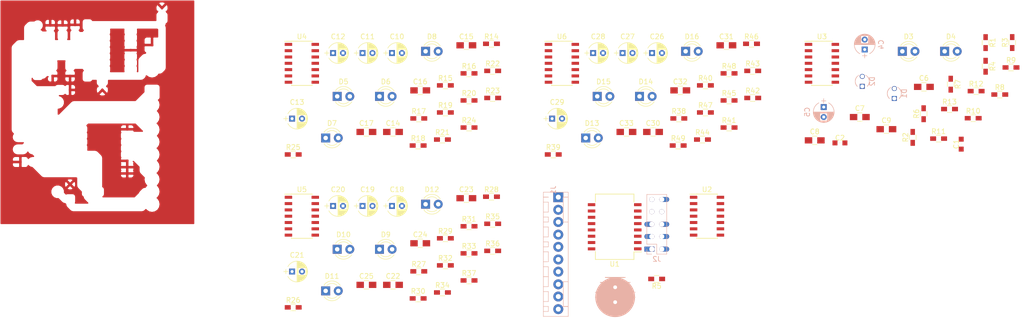
<source format=kicad_pcb>
(kicad_pcb (version 4) (host pcbnew 4.0.7)
  (layers (0 F.Cu signal) (31 B.Cu signal) (34 B.Paste user) (35 F.Paste user) (36 B.SilkS user) (37 F.SilkS user) (38 B.Mask user) (39 F.Mask user) (44 Edge.Cuts user))
  (net 0 "")
  (net 1 GND)
  (net 2 +12V)
  (net 3 "Net-(D1-Pad1)")
  (net 4 "Net-(D2-Pad1)")
  (net 5 "Net-(J1-Pad3)")
  (net 6 "Net-(J1-Pad4)")
  (net 7 "Net-(J1-Pad5)")
  (net 8 "Net-(J1-Pad6)")
  (net 9 "Net-(J1-Pad7)")
  (net 10 "Net-(J1-Pad8)")
  (net 11 +5V)
  (net 12 SCL)
  (net 13 SDA)
  (net 14 "Net-(R5-Pad1)")
  (net 15 "Net-(J1-Pad1)")
  (net 16 "Net-(J1-Pad2)")
  (net 17 /analog1-4/in1)
  (net 18 /analog1-4/in2)
  (net 19 /analog1-4/in3)
  (net 20 /analog1-4/in4)
  (net 21 /analog9-12/in1)
  (net 22 /analog9-12/in2)
  (net 23 /analog9-12/in3)
  (net 24 /analog9-12/in4)
  (net 25 /analog13-16/in1)
  (net 26 /analog13-16/in2)
  (net 27 /analog13-16/in3)
  (net 28 /analog13-16/in4)
  (net 29 /analog5-8/in1)
  (net 30 /analog5-8/in2)
  (net 31 /analog5-8/in3)
  (net 32 /analog5-8/in4)
  (net 33 "Net-(D3-Pad1)")
  (net 34 "Net-(D4-Pad1)")
  (net 35 "Net-(D5-Pad1)")
  (net 36 "Net-(D6-Pad1)")
  (net 37 "Net-(D7-Pad1)")
  (net 38 "Net-(D8-Pad1)")
  (net 39 "Net-(D9-Pad1)")
  (net 40 "Net-(D10-Pad1)")
  (net 41 "Net-(D11-Pad1)")
  (net 42 "Net-(D12-Pad1)")
  (net 43 "Net-(D13-Pad1)")
  (net 44 "Net-(D14-Pad1)")
  (net 45 "Net-(D15-Pad1)")
  (net 46 "Net-(D16-Pad1)")
  (net 47 /analog1-4/out1)
  (net 48 "Net-(R6-Pad2)")
  (net 49 /analog1-4/out2)
  (net 50 "Net-(R8-Pad2)")
  (net 51 /analog1-4/out3)
  (net 52 "Net-(R10-Pad2)")
  (net 53 /analog1-4/out4)
  (net 54 "Net-(R12-Pad2)")
  (net 55 /analog9-12/out1)
  (net 56 "Net-(R18-Pad2)")
  (net 57 /analog9-12/out2)
  (net 58 "Net-(R20-Pad2)")
  (net 59 /analog9-12/out3)
  (net 60 "Net-(R22-Pad2)")
  (net 61 /analog9-12/out4)
  (net 62 "Net-(R24-Pad2)")
  (net 63 /analog13-16/out1)
  (net 64 "Net-(R30-Pad2)")
  (net 65 /analog13-16/out2)
  (net 66 "Net-(R32-Pad2)")
  (net 67 /analog13-16/out3)
  (net 68 "Net-(R34-Pad2)")
  (net 69 /analog13-16/out4)
  (net 70 "Net-(R36-Pad2)")
  (net 71 /analog5-8/out1)
  (net 72 "Net-(R42-Pad2)")
  (net 73 /analog5-8/out2)
  (net 74 "Net-(R44-Pad2)")
  (net 75 /analog5-8/out3)
  (net 76 "Net-(R46-Pad2)")
  (net 77 /analog5-8/out4)
  (net 78 "Net-(R48-Pad2)")
  (module Capacitors_SMD:C_0805_HandSoldering (layer F.Cu) (at 233.335 44.410001 90)
    (fp_text reference C1 (at 0 -1 90) (layer F.SilkS))
    (fp_text value 100u)
    (pad 1 smd rect (at -1 0 90) (size 1 1) (layers F.Cu F.Paste F.Mask) (net 17 /analog1-4/in1))
    (pad 2 smd rect (at 1 0 90) (size 1 1) (layers F.Cu F.Paste F.Mask) (net 1 GND))
  )
  (module Capacitors_SMD:C_0805_HandSoldering (layer F.Cu) (at 208.930001 44.155)
    (fp_text reference C2 (at 0 -1) (layer F.SilkS))
    (fp_text value 100u)
    (pad 1 smd rect (at -1 0) (size 1 1) (layers F.Cu F.Paste F.Mask) (net 18 /analog1-4/in2))
    (pad 2 smd rect (at 1 0) (size 1 1) (layers F.Cu F.Paste F.Mask) (net 1 GND))
  )
  (module Capacitors_THT:CP_Radial_D8.0mm_P3.80mm (layer B.Cu) (at 163.695 76.210001 90)
    (fp_text reference C3 (at 0.5 2 90) (layer B.SilkS) (effects (justify mirror)))
    (fp_text value 100u)
    (pad 1 thru_hole rect (at 0 0 90) (size 1 1) (drill 0.762) (layers *.Cu *.Mask) (net 2 +12V))
    (pad 2 thru_hole circle (at 3 0 90) (size 1 1) (drill 0.762) (layers *.Cu *.Mask) (net 1 GND))
  )
  (module LEDs:LED_D3.0mm (layer B.Cu) (at 219.875 35.217144 90)
    (fp_text reference D1 (at 1 2 90) (layer B.SilkS) (effects (justify mirror)))
    (fp_text value LED_Small)
    (pad 1 thru_hole rect (at 0 0 90) (size 1 1) (drill 0.762) (layers *.Cu *.Mask) (net 3 "Net-(D1-Pad1)"))
    (pad 2 thru_hole circle (at 2 0 90) (size 1 1) (drill 0.762) (layers *.Cu *.Mask) (net 17 /analog1-4/in1))
  )
  (module LEDs:LED_D3.0mm (layer B.Cu) (at 213.425 32.777144 90)
    (fp_text reference D2 (at 1 2 90) (layer B.SilkS) (effects (justify mirror)))
    (fp_text value LED_Small)
    (pad 1 thru_hole rect (at 0 0 90) (size 1 1) (drill 0.762) (layers *.Cu *.Mask) (net 4 "Net-(D2-Pad1)"))
    (pad 2 thru_hole circle (at 2 0 90) (size 1 1) (drill 0.762) (layers *.Cu *.Mask) (net 19 /analog1-4/in3))
  )
  (module Connectors_Molex:Molex_KK-6410-10_10x2.54mm_Straight (layer B.Cu) (at 152.250001 55.077143 270)
    (fp_text reference J1 (at -1.46 1 270) (layer B.SilkS) (effects (justify mirror)))
    (fp_text value "mc 0.5-2.5")
    (pad 1 thru_hole rect (at 0 0 270) (size 2 2) (drill 1) (layers *.Cu *.Mask) (net 15 "Net-(J1-Pad1)"))
    (pad 2 thru_hole oval (at 2.54 0 270) (size 2 2) (drill 1) (layers *.Cu *.Mask) (net 16 "Net-(J1-Pad2)"))
    (pad 3 thru_hole oval (at 5 0 270) (size 2 2) (drill 1) (layers *.Cu *.Mask) (net 5 "Net-(J1-Pad3)"))
    (pad 4 thru_hole oval (at 7.54 0 270) (size 2 2) (drill 1) (layers *.Cu *.Mask) (net 6 "Net-(J1-Pad4)"))
    (pad 5 thru_hole oval (at 10 0 270) (size 2 2) (drill 1) (layers *.Cu *.Mask) (net 7 "Net-(J1-Pad5)"))
    (pad 6 thru_hole oval (at 12.54 0 270) (size 2 2) (drill 1) (layers *.Cu *.Mask) (net 8 "Net-(J1-Pad6)"))
    (pad 7 thru_hole oval (at 15 0 270) (size 2 2) (drill 1) (layers *.Cu *.Mask) (net 9 "Net-(J1-Pad7)"))
    (pad 8 thru_hole oval (at 17.54 0 270) (size 2 2) (drill 1) (layers *.Cu *.Mask) (net 10 "Net-(J1-Pad8)"))
    (pad 9 thru_hole oval (at 20 0 270) (size 2 2) (drill 1) (layers *.Cu *.Mask) (net 11 +5V))
    (pad 10 thru_hole oval (at 22.54 0 270) (size 2 2) (drill 1) (layers *.Cu *.Mask) (net 2 +12V))
  )
  (module Pin_Headers:Pin_Header_Straight_2x05_Pitch2.54mm (layer B.Cu) (at 171.070001 65.535)
    (fp_text reference J2 (at 1 2) (layer B.SilkS) (effects (justify mirror)))
    (fp_text value EXT3)
    (pad 1 thru_hole rect (at 0 0) (size 2 1) (drill 1 (offset -0.5 0)) (layers *.Cu *.Mask) (net 1 GND))
    (pad 2 thru_hole oval (at 2 0) (size 2 1) (drill 1 (offset 0.5 0)) (layers *.Cu *.Mask) (net 11 +5V))
    (pad 3 thru_hole oval (at 0 -2.54) (size 2 1) (drill 1 (offset -0.5 0)) (layers *.Cu *.Mask) (net 12 SCL))
    (pad 4 thru_hole oval (at 2 -2.54) (size 2 1) (drill 1 (offset 0.5 0)) (layers *.Cu *.Mask) (net 13 SDA))
    (pad 5 thru_hole oval (at 0 -5) (size 2 1) (drill 1 (offset -0.5 0)) (layers *.Cu *.Mask))
    (pad 6 thru_hole oval (at 2 -5) (size 2 1) (drill 1 (offset 0.5 0)) (layers *.Cu *.Mask))
    (pad 7 thru_hole oval (at 0 -7.54) (size 1 1) (drill 1) (layers *.Cu *.Mask))
    (pad 8 thru_hole oval (at 2 -7.54) (size 1 1) (drill 1) (layers *.Cu *.Mask))
    (pad 9 thru_hole oval (at 0 -10) (size 1 1) (drill 1) (layers *.Cu *.Mask))
    (pad 10 thru_hole oval (at 2 -10) (size 2 1) (drill 1 (offset 0.5 0)) (layers *.Cu *.Mask) (net 2 +12V))
  )
  (module Resistors_SMD:R_0603_HandSoldering (layer F.Cu) (at 238.245 23.975001 270)
    (fp_text reference R1 (at 0 -1.45 270) (layer F.SilkS))
    (fp_text value R)
    (pad 1 smd rect (at -1.1 0 270) (size 1.2 0.9) (layers F.Cu F.Paste F.Mask) (net 3 "Net-(D1-Pad1)"))
    (pad 2 smd rect (at 1.1 0 270) (size 1.2 0.9) (layers F.Cu F.Paste F.Mask) (net 1 GND))
  )
  (module Resistors_SMD:R_0603_HandSoldering (layer F.Cu) (at 223.575 43.045001 90)
    (fp_text reference R2 (at 0 -1.45 90) (layer F.SilkS))
    (fp_text value R)
    (pad 1 smd rect (at -1.1 0 90) (size 1.2 0.9) (layers F.Cu F.Paste F.Mask) (net 4 "Net-(D2-Pad1)"))
    (pad 2 smd rect (at 1.1 0 90) (size 1.2 0.9) (layers F.Cu F.Paste F.Mask) (net 1 GND))
  )
  (module Resistors_SMD:R_0603_HandSoldering (layer F.Cu) (at 243.595 23.965001 90)
    (fp_text reference R3 (at 0 -1.45 90) (layer F.SilkS))
    (fp_text value R)
    (pad 1 smd rect (at -1.1 0 90) (size 1.2 0.9) (layers F.Cu F.Paste F.Mask) (net 33 "Net-(D3-Pad1)"))
    (pad 2 smd rect (at 1.1 0 90) (size 1.2 0.9) (layers F.Cu F.Paste F.Mask) (net 1 GND))
  )
  (module Resistors_SMD:R_0603_HandSoldering (layer F.Cu) (at 238.245 28.735001 270)
    (fp_text reference R4 (at 0 -1.45 270) (layer F.SilkS))
    (fp_text value R)
    (pad 1 smd rect (at -1.1 0 270) (size 1.2 0.9) (layers F.Cu F.Paste F.Mask) (net 34 "Net-(D4-Pad1)"))
    (pad 2 smd rect (at 1.1 0 270) (size 1.2 0.9) (layers F.Cu F.Paste F.Mask) (net 1 GND))
  )
  (module Resistors_SMD:R_0603_HandSoldering (layer F.Cu) (at 172.045001 71.535 180)
    (fp_text reference R5 (at 0 -1.45 180) (layer F.SilkS))
    (fp_text value 1k5)
    (pad 1 smd rect (at -1.1 0 180) (size 1.2 0.9) (layers F.Cu F.Paste F.Mask) (net 14 "Net-(R5-Pad1)"))
    (pad 2 smd rect (at 1.1 0 180) (size 1.2 0.9) (layers F.Cu F.Paste F.Mask) (net 11 +5V))
  )
  (module Resistors_SMD:R_0603_HandSoldering (layer F.Cu) (at 225.775 38.285001 90)
    (fp_text reference R6 (at 0 -1.45 90) (layer F.SilkS))
    (fp_text value 22k)
    (pad 1 smd rect (at -1.1 0 90) (size 1.2 0.9) (layers F.Cu F.Paste F.Mask) (net 47 /analog1-4/out1))
    (pad 2 smd rect (at 1.1 0 90) (size 1.2 0.9) (layers F.Cu F.Paste F.Mask) (net 48 "Net-(R6-Pad2)"))
  )
  (module Resistors_SMD:R_0603_HandSoldering (layer F.Cu) (at 231.225 32.345001 270)
    (fp_text reference R7 (at 0 -1.45 270) (layer F.SilkS))
    (fp_text value 22k)
    (pad 1 smd rect (at -1.1 0 270) (size 1.2 0.9) (layers F.Cu F.Paste F.Mask) (net 48 "Net-(R6-Pad2)"))
    (pad 2 smd rect (at 1.1 0 270) (size 1.2 0.9) (layers F.Cu F.Paste F.Mask) (net 1 GND))
  )
  (module Housings_SOIC:SOIC-16W_7.5x12.8mm_Pitch1.27mm (layer F.Cu) (at 163.595001 61.035 180)
    (fp_text reference U1 (at 0 -7.5 180) (layer F.SilkS))
    (fp_text value PCF8574)
    (pad 1 smd rect (at -4.65 -4.445 180) (size 1.5 0.6) (layers F.Cu F.Paste F.Mask) (net 1 GND))
    (pad 2 smd rect (at -4.65 -3.175 180) (size 1.5 0.6) (layers F.Cu F.Paste F.Mask) (net 1 GND))
    (pad 3 smd rect (at -4.65 -1.905 180) (size 1.5 0.6) (layers F.Cu F.Paste F.Mask) (net 1 GND))
    (pad 4 smd rect (at -4.65 -0.635 180) (size 1.5 0.6) (layers F.Cu F.Paste F.Mask) (net 10 "Net-(J1-Pad8)"))
    (pad 5 smd rect (at -4.65 0.635 180) (size 1.5 0.6) (layers F.Cu F.Paste F.Mask) (net 9 "Net-(J1-Pad7)"))
    (pad 6 smd rect (at -4.65 1.905 180) (size 1.5 0.6) (layers F.Cu F.Paste F.Mask) (net 8 "Net-(J1-Pad6)"))
    (pad 7 smd rect (at -4.65 3.175 180) (size 1.5 0.6) (layers F.Cu F.Paste F.Mask) (net 7 "Net-(J1-Pad5)"))
    (pad 8 smd rect (at -4.65 4.445 180) (size 1.5 0.6) (layers F.Cu F.Paste F.Mask) (net 1 GND))
    (pad 9 smd rect (at 4.65 4.445 180) (size 1.5 0.6) (layers F.Cu F.Paste F.Mask) (net 6 "Net-(J1-Pad4)"))
    (pad 10 smd rect (at 4.65 3.175 180) (size 1.5 0.6) (layers F.Cu F.Paste F.Mask) (net 5 "Net-(J1-Pad3)"))
    (pad 11 smd rect (at 4.65 1.905 180) (size 1.5 0.6) (layers F.Cu F.Paste F.Mask) (net 16 "Net-(J1-Pad2)"))
    (pad 12 smd rect (at 4.65 0.635 180) (size 1.5 0.6) (layers F.Cu F.Paste F.Mask) (net 15 "Net-(J1-Pad1)"))
    (pad 13 smd rect (at 4.65 -0.635 180) (size 1.5 0.6) (layers F.Cu F.Paste F.Mask) (net 14 "Net-(R5-Pad1)"))
    (pad 14 smd rect (at 4.65 -1.905 180) (size 1.5 0.6) (layers F.Cu F.Paste F.Mask) (net 12 SCL))
    (pad 15 smd rect (at 4.65 -3.175 180) (size 1.5 0.6) (layers F.Cu F.Paste F.Mask) (net 13 SDA))
    (pad 16 smd rect (at 4.65 -4.445 180) (size 1.5 0.6) (layers F.Cu F.Paste F.Mask) (net 11 +5V))
  )
  (module Housings_SOIC:SOIC-14_3.9x8.7mm_Pitch1.27mm (layer F.Cu) (at 182.179524 58.91)
    (fp_text reference U2 (at 0 -5.375) (layer F.SilkS))
    (fp_text value PCA9685-TSSOP)
    (pad 1 smd rect (at -2.7 -3.81) (size 1.5 0.6) (layers F.Cu F.Paste F.Mask))
    (pad 2 smd rect (at -2.7 -2.54) (size 1.5 0.6) (layers F.Cu F.Paste F.Mask))
    (pad 3 smd rect (at -2.7 -1.27) (size 1.5 0.6) (layers F.Cu F.Paste F.Mask))
    (pad 4 smd rect (at -2.7 0) (size 1.5 0.6) (layers F.Cu F.Paste F.Mask))
    (pad 5 smd rect (at -2.7 1.27) (size 1.5 0.6) (layers F.Cu F.Paste F.Mask))
    (pad 6 smd rect (at -2.7 2.54) (size 1.5 0.6) (layers F.Cu F.Paste F.Mask) (net 17 /analog1-4/in1))
    (pad 7 smd rect (at -2.7 3.81) (size 1.5 0.6) (layers F.Cu F.Paste F.Mask) (net 18 /analog1-4/in2))
    (pad 8 smd rect (at 2.7 3.81) (size 1.5 0.6) (layers F.Cu F.Paste F.Mask) (net 19 /analog1-4/in3))
    (pad 9 smd rect (at 2.7 2.54) (size 1.5 0.6) (layers F.Cu F.Paste F.Mask) (net 20 /analog1-4/in4))
    (pad 10 smd rect (at 2.7 1.27) (size 1.5 0.6) (layers F.Cu F.Paste F.Mask) (net 71 /analog5-8/out1))
    (pad 11 smd rect (at 2.7 0) (size 1.5 0.6) (layers F.Cu F.Paste F.Mask) (net 73 /analog5-8/out2))
    (pad 12 smd rect (at 2.7 -1.27) (size 1.5 0.6) (layers F.Cu F.Paste F.Mask) (net 75 /analog5-8/out3))
    (pad 13 smd rect (at 2.7 -2.54) (size 1.5 0.6) (layers F.Cu F.Paste F.Mask) (net 77 /analog5-8/out4))
    (pad 14 smd rect (at 2.7 -3.81) (size 1.5 0.6) (layers F.Cu F.Paste F.Mask) (net 1 GND))
  )
  (module Capacitors_THT:CP_Radial_D4.0mm_P2.00mm (layer B.Cu) (at 213.915 25.365001 90)
    (fp_text reference C4 (at 1 3.31 90) (layer B.SilkS) (effects (justify mirror)))
    (fp_text value 100u)
    (pad 1 thru_hole rect (at 0 0 90) (size 1.2 1.2) (drill 0.6) (layers *.Cu *.Mask) (net 19 /analog1-4/in3))
    (pad 2 thru_hole circle (at 2 0 90) (size 1.2 1.2) (drill 0.6) (layers *.Cu *.Mask) (net 1 GND))
  )
  (module Capacitors_THT:CP_Radial_D4.0mm_P2.00mm (layer B.Cu) (at 205.665 36.950001 270)
    (fp_text reference C5 (at 1 3.31 270) (layer B.SilkS) (effects (justify mirror)))
    (fp_text value 100u)
    (pad 1 thru_hole rect (at 0 0 270) (size 1.2 1.2) (drill 0.6) (layers *.Cu *.Mask) (net 20 /analog1-4/in4))
    (pad 2 thru_hole circle (at 2 0 270) (size 1.2 1.2) (drill 0.6) (layers *.Cu *.Mask) (net 1 GND))
  )
  (module Capacitors_SMD:C_0805_HandSoldering (layer F.Cu) (at 225.825001 32.885)
    (fp_text reference C6 (at 0 -1.75) (layer F.SilkS))
    (fp_text value 100n)
    (pad 1 smd rect (at -1.25 0) (size 1.5 1.25) (layers F.Cu F.Paste F.Mask) (net 17 /analog1-4/in1))
    (pad 2 smd rect (at 1.25 0) (size 1.5 1.25) (layers F.Cu F.Paste F.Mask) (net 1 GND))
  )
  (module Capacitors_SMD:C_0805_HandSoldering (layer F.Cu) (at 212.925001 38.955)
    (fp_text reference C7 (at 0 -1.75) (layer F.SilkS))
    (fp_text value 100n)
    (pad 1 smd rect (at -1.25 0) (size 1.5 1.25) (layers F.Cu F.Paste F.Mask) (net 18 /analog1-4/in2))
    (pad 2 smd rect (at 1.25 0) (size 1.5 1.25) (layers F.Cu F.Paste F.Mask) (net 1 GND))
  )
  (module Capacitors_SMD:C_0805_HandSoldering (layer F.Cu) (at 203.855001 43.645)
    (fp_text reference C8 (at 0 -1.75) (layer F.SilkS))
    (fp_text value 100n)
    (pad 1 smd rect (at -1.25 0) (size 1.5 1.25) (layers F.Cu F.Paste F.Mask) (net 19 /analog1-4/in3))
    (pad 2 smd rect (at 1.25 0) (size 1.5 1.25) (layers F.Cu F.Paste F.Mask) (net 1 GND))
  )
  (module Capacitors_SMD:C_0805_HandSoldering (layer F.Cu) (at 218.275001 41.395)
    (fp_text reference C9 (at 0 -1.75) (layer F.SilkS))
    (fp_text value 100n)
    (pad 1 smd rect (at -1.25 0) (size 1.5 1.25) (layers F.Cu F.Paste F.Mask) (net 20 /analog1-4/in4))
    (pad 2 smd rect (at 1.25 0) (size 1.5 1.25) (layers F.Cu F.Paste F.Mask) (net 1 GND))
  )
  (module Capacitors_THT:CP_Radial_D4.0mm_P2.00mm (layer F.Cu) (at 118.790001 26.075)
    (fp_text reference C10 (at 1 -3.31) (layer F.SilkS))
    (fp_text value 100u)
    (pad 1 thru_hole rect (at 0 0) (size 1.2 1.2) (drill 0.6) (layers *.Cu *.Mask) (net 21 /analog9-12/in1))
    (pad 2 thru_hole circle (at 2 0) (size 1.2 1.2) (drill 0.6) (layers *.Cu *.Mask) (net 1 GND))
  )
  (module Capacitors_THT:CP_Radial_D4.0mm_P2.00mm (layer F.Cu) (at 112.860001 26.075)
    (fp_text reference C11 (at 1 -3.31) (layer F.SilkS))
    (fp_text value 100u)
    (pad 1 thru_hole rect (at 0 0) (size 1.2 1.2) (drill 0.6) (layers *.Cu *.Mask) (net 22 /analog9-12/in2))
    (pad 2 thru_hole circle (at 2 0) (size 1.2 1.2) (drill 0.6) (layers *.Cu *.Mask) (net 1 GND))
  )
  (module Capacitors_THT:CP_Radial_D4.0mm_P2.00mm (layer F.Cu) (at 106.930001 26.075)
    (fp_text reference C12 (at 1 -3.31) (layer F.SilkS))
    (fp_text value 100u)
    (pad 1 thru_hole rect (at 0 0) (size 1.2 1.2) (drill 0.6) (layers *.Cu *.Mask) (net 23 /analog9-12/in3))
    (pad 2 thru_hole circle (at 2 0) (size 1.2 1.2) (drill 0.6) (layers *.Cu *.Mask) (net 1 GND))
  )
  (module Capacitors_THT:CP_Radial_D4.0mm_P2.00mm (layer F.Cu) (at 98.680001 39.275)
    (fp_text reference C13 (at 1 -3.31) (layer F.SilkS))
    (fp_text value 100u)
    (pad 1 thru_hole rect (at 0 0) (size 1.2 1.2) (drill 0.6) (layers *.Cu *.Mask) (net 24 /analog9-12/in4))
    (pad 2 thru_hole circle (at 2 0) (size 1.2 1.2) (drill 0.6) (layers *.Cu *.Mask) (net 1 GND))
  )
  (module Capacitors_SMD:C_0805_HandSoldering (layer F.Cu) (at 118.985001 41.955)
    (fp_text reference C14 (at 0 -1.75) (layer F.SilkS))
    (fp_text value 100n)
    (pad 1 smd rect (at -1.25 0) (size 1.5 1.25) (layers F.Cu F.Paste F.Mask) (net 21 /analog9-12/in1))
    (pad 2 smd rect (at 1.25 0) (size 1.5 1.25) (layers F.Cu F.Paste F.Mask) (net 1 GND))
  )
  (module Capacitors_SMD:C_0805_HandSoldering (layer F.Cu) (at 133.745001 24.515)
    (fp_text reference C15 (at 0 -1.75) (layer F.SilkS))
    (fp_text value 100n)
    (pad 1 smd rect (at -1.25 0) (size 1.5 1.25) (layers F.Cu F.Paste F.Mask) (net 22 /analog9-12/in2))
    (pad 2 smd rect (at 1.25 0) (size 1.5 1.25) (layers F.Cu F.Paste F.Mask) (net 1 GND))
  )
  (module Capacitors_SMD:C_0805_HandSoldering (layer F.Cu) (at 124.465001 33.585)
    (fp_text reference C16 (at 0 -1.75) (layer F.SilkS))
    (fp_text value 100n)
    (pad 1 smd rect (at -1.25 0) (size 1.5 1.25) (layers F.Cu F.Paste F.Mask) (net 23 /analog9-12/in3))
    (pad 2 smd rect (at 1.25 0) (size 1.5 1.25) (layers F.Cu F.Paste F.Mask) (net 1 GND))
  )
  (module Capacitors_SMD:C_0805_HandSoldering (layer F.Cu) (at 113.635001 41.955)
    (fp_text reference C17 (at 0 -1.75) (layer F.SilkS))
    (fp_text value 100n)
    (pad 1 smd rect (at -1.25 0) (size 1.5 1.25) (layers F.Cu F.Paste F.Mask) (net 24 /analog9-12/in4))
    (pad 2 smd rect (at 1.25 0) (size 1.5 1.25) (layers F.Cu F.Paste F.Mask) (net 1 GND))
  )
  (module Capacitors_THT:CP_Radial_D4.0mm_P2.00mm (layer F.Cu) (at 118.790001 56.845)
    (fp_text reference C18 (at 1 -3.31) (layer F.SilkS))
    (fp_text value 100u)
    (pad 1 thru_hole rect (at 0 0) (size 1.2 1.2) (drill 0.6) (layers *.Cu *.Mask) (net 25 /analog13-16/in1))
    (pad 2 thru_hole circle (at 2 0) (size 1.2 1.2) (drill 0.6) (layers *.Cu *.Mask) (net 1 GND))
  )
  (module Capacitors_THT:CP_Radial_D4.0mm_P2.00mm (layer F.Cu) (at 112.860001 56.845)
    (fp_text reference C19 (at 1 -3.31) (layer F.SilkS))
    (fp_text value 100u)
    (pad 1 thru_hole rect (at 0 0) (size 1.2 1.2) (drill 0.6) (layers *.Cu *.Mask) (net 26 /analog13-16/in2))
    (pad 2 thru_hole circle (at 2 0) (size 1.2 1.2) (drill 0.6) (layers *.Cu *.Mask) (net 1 GND))
  )
  (module Capacitors_THT:CP_Radial_D4.0mm_P2.00mm (layer F.Cu) (at 106.930001 56.845)
    (fp_text reference C20 (at 1 -3.31) (layer F.SilkS))
    (fp_text value 100u)
    (pad 1 thru_hole rect (at 0 0) (size 1.2 1.2) (drill 0.6) (layers *.Cu *.Mask) (net 27 /analog13-16/in3))
    (pad 2 thru_hole circle (at 2 0) (size 1.2 1.2) (drill 0.6) (layers *.Cu *.Mask) (net 1 GND))
  )
  (module Capacitors_THT:CP_Radial_D4.0mm_P2.00mm (layer F.Cu) (at 98.680001 70.045)
    (fp_text reference C21 (at 1 -3.31) (layer F.SilkS))
    (fp_text value 100u)
    (pad 1 thru_hole rect (at 0 0) (size 1.2 1.2) (drill 0.6) (layers *.Cu *.Mask) (net 28 /analog13-16/in4))
    (pad 2 thru_hole circle (at 2 0) (size 1.2 1.2) (drill 0.6) (layers *.Cu *.Mask) (net 1 GND))
  )
  (module Capacitors_SMD:C_0805_HandSoldering (layer F.Cu) (at 118.985001 72.725)
    (fp_text reference C22 (at 0 -1.75) (layer F.SilkS))
    (fp_text value 100n)
    (pad 1 smd rect (at -1.25 0) (size 1.5 1.25) (layers F.Cu F.Paste F.Mask) (net 25 /analog13-16/in1))
    (pad 2 smd rect (at 1.25 0) (size 1.5 1.25) (layers F.Cu F.Paste F.Mask) (net 1 GND))
  )
  (module Capacitors_SMD:C_0805_HandSoldering (layer F.Cu) (at 133.745001 55.285)
    (fp_text reference C23 (at 0 -1.75) (layer F.SilkS))
    (fp_text value 100n)
    (pad 1 smd rect (at -1.25 0) (size 1.5 1.25) (layers F.Cu F.Paste F.Mask) (net 26 /analog13-16/in2))
    (pad 2 smd rect (at 1.25 0) (size 1.5 1.25) (layers F.Cu F.Paste F.Mask) (net 1 GND))
  )
  (module Capacitors_SMD:C_0805_HandSoldering (layer F.Cu) (at 124.465001 64.355)
    (fp_text reference C24 (at 0 -1.75) (layer F.SilkS))
    (fp_text value 100n)
    (pad 1 smd rect (at -1.25 0) (size 1.5 1.25) (layers F.Cu F.Paste F.Mask) (net 27 /analog13-16/in3))
    (pad 2 smd rect (at 1.25 0) (size 1.5 1.25) (layers F.Cu F.Paste F.Mask) (net 1 GND))
  )
  (module Capacitors_SMD:C_0805_HandSoldering (layer F.Cu) (at 113.635001 72.725)
    (fp_text reference C25 (at 0 -1.75) (layer F.SilkS))
    (fp_text value 100n)
    (pad 1 smd rect (at -1.25 0) (size 1.5 1.25) (layers F.Cu F.Paste F.Mask) (net 28 /analog13-16/in4))
    (pad 2 smd rect (at 1.25 0) (size 1.5 1.25) (layers F.Cu F.Paste F.Mask) (net 1 GND))
  )
  (module Capacitors_THT:CP_Radial_D4.0mm_P2.00mm (layer F.Cu) (at 171.120001 26.075)
    (fp_text reference C26 (at 1 -3.31) (layer F.SilkS))
    (fp_text value 100u)
    (pad 1 thru_hole rect (at 0 0) (size 1.2 1.2) (drill 0.6) (layers *.Cu *.Mask) (net 29 /analog5-8/in1))
    (pad 2 thru_hole circle (at 2 0) (size 1.2 1.2) (drill 0.6) (layers *.Cu *.Mask) (net 1 GND))
  )
  (module Capacitors_THT:CP_Radial_D4.0mm_P2.00mm (layer F.Cu) (at 165.190001 26.075)
    (fp_text reference C27 (at 1 -3.31) (layer F.SilkS))
    (fp_text value 100u)
    (pad 1 thru_hole rect (at 0 0) (size 1.2 1.2) (drill 0.6) (layers *.Cu *.Mask) (net 30 /analog5-8/in2))
    (pad 2 thru_hole circle (at 2 0) (size 1.2 1.2) (drill 0.6) (layers *.Cu *.Mask) (net 1 GND))
  )
  (module Capacitors_THT:CP_Radial_D4.0mm_P2.00mm (layer F.Cu) (at 159.260001 26.075)
    (fp_text reference C28 (at 1 -3.31) (layer F.SilkS))
    (fp_text value 100u)
    (pad 1 thru_hole rect (at 0 0) (size 1.2 1.2) (drill 0.6) (layers *.Cu *.Mask) (net 31 /analog5-8/in3))
    (pad 2 thru_hole circle (at 2 0) (size 1.2 1.2) (drill 0.6) (layers *.Cu *.Mask) (net 1 GND))
  )
  (module Capacitors_THT:CP_Radial_D4.0mm_P2.00mm (layer F.Cu) (at 151.010001 39.275)
    (fp_text reference C29 (at 1 -3.31) (layer F.SilkS))
    (fp_text value 100u)
    (pad 1 thru_hole rect (at 0 0) (size 1.2 1.2) (drill 0.6) (layers *.Cu *.Mask) (net 32 /analog5-8/in4))
    (pad 2 thru_hole circle (at 2 0) (size 1.2 1.2) (drill 0.6) (layers *.Cu *.Mask) (net 1 GND))
  )
  (module Capacitors_SMD:C_0805_HandSoldering (layer F.Cu) (at 171.315001 41.955)
    (fp_text reference C30 (at 0 -1.75) (layer F.SilkS))
    (fp_text value 100n)
    (pad 1 smd rect (at -1.25 0) (size 1.5 1.25) (layers F.Cu F.Paste F.Mask) (net 29 /analog5-8/in1))
    (pad 2 smd rect (at 1.25 0) (size 1.5 1.25) (layers F.Cu F.Paste F.Mask) (net 1 GND))
  )
  (module Capacitors_SMD:C_0805_HandSoldering (layer F.Cu) (at 186.075001 24.515)
    (fp_text reference C31 (at 0 -1.75) (layer F.SilkS))
    (fp_text value 100n)
    (pad 1 smd rect (at -1.25 0) (size 1.5 1.25) (layers F.Cu F.Paste F.Mask) (net 30 /analog5-8/in2))
    (pad 2 smd rect (at 1.25 0) (size 1.5 1.25) (layers F.Cu F.Paste F.Mask) (net 1 GND))
  )
  (module Capacitors_SMD:C_0805_HandSoldering (layer F.Cu) (at 176.795001 33.585)
    (fp_text reference C32 (at 0 -1.75) (layer F.SilkS))
    (fp_text value 100n)
    (pad 1 smd rect (at -1.25 0) (size 1.5 1.25) (layers F.Cu F.Paste F.Mask) (net 31 /analog5-8/in3))
    (pad 2 smd rect (at 1.25 0) (size 1.5 1.25) (layers F.Cu F.Paste F.Mask) (net 1 GND))
  )
  (module Capacitors_SMD:C_0805_HandSoldering (layer F.Cu) (at 165.965001 41.955)
    (fp_text reference C33 (at 0 -1.75) (layer F.SilkS))
    (fp_text value 100n)
    (pad 1 smd rect (at -1.25 0) (size 1.5 1.25) (layers F.Cu F.Paste F.Mask) (net 32 /analog5-8/in4))
    (pad 2 smd rect (at 1.25 0) (size 1.5 1.25) (layers F.Cu F.Paste F.Mask) (net 1 GND))
  )
  (module LEDs:LED_D3.0mm (layer F.Cu) (at 221.487143 25.725)
    (fp_text reference D3 (at 1.27 -2.96) (layer F.SilkS))
    (fp_text value LED_Small)
    (pad 1 thru_hole rect (at 0 0) (size 1.8 1.8) (drill 0.9) (layers *.Cu *.Mask) (net 33 "Net-(D3-Pad1)"))
    (pad 2 thru_hole circle (at 2.54 0) (size 1.8 1.8) (drill 0.9) (layers *.Cu *.Mask) (net 18 /analog1-4/in2))
  )
  (module LEDs:LED_D3.0mm (layer F.Cu) (at 229.997143 25.725)
    (fp_text reference D4 (at 1.27 -2.96) (layer F.SilkS))
    (fp_text value LED_Small)
    (pad 1 thru_hole rect (at 0 0) (size 1.8 1.8) (drill 0.9) (layers *.Cu *.Mask) (net 34 "Net-(D4-Pad1)"))
    (pad 2 thru_hole circle (at 2.54 0) (size 1.8 1.8) (drill 0.9) (layers *.Cu *.Mask) (net 20 /analog1-4/in4))
  )
  (module LEDs:LED_D3.0mm (layer F.Cu) (at 107.757143 34.795)
    (fp_text reference D5 (at 1.27 -2.96) (layer F.SilkS))
    (fp_text value LED_Small)
    (pad 1 thru_hole rect (at 0 0) (size 1.8 1.8) (drill 0.9) (layers *.Cu *.Mask) (net 35 "Net-(D5-Pad1)"))
    (pad 2 thru_hole circle (at 2.54 0) (size 1.8 1.8) (drill 0.9) (layers *.Cu *.Mask) (net 21 /analog9-12/in1))
  )
  (module LEDs:LED_D3.0mm (layer F.Cu) (at 116.267143 34.795)
    (fp_text reference D6 (at 1.27 -2.96) (layer F.SilkS))
    (fp_text value LED_Small)
    (pad 1 thru_hole rect (at 0 0) (size 1.8 1.8) (drill 0.9) (layers *.Cu *.Mask) (net 36 "Net-(D6-Pad1)"))
    (pad 2 thru_hole circle (at 2.54 0) (size 1.8 1.8) (drill 0.9) (layers *.Cu *.Mask) (net 23 /analog9-12/in3))
  )
  (module LEDs:LED_D3.0mm (layer F.Cu) (at 105.437143 43.165)
    (fp_text reference D7 (at 1.27 -2.96) (layer F.SilkS))
    (fp_text value LED_Small)
    (pad 1 thru_hole rect (at 0 0) (size 1.8 1.8) (drill 0.9) (layers *.Cu *.Mask) (net 37 "Net-(D7-Pad1)"))
    (pad 2 thru_hole circle (at 2.54 0) (size 1.8 1.8) (drill 0.9) (layers *.Cu *.Mask) (net 22 /analog9-12/in2))
  )
  (module LEDs:LED_D3.0mm (layer F.Cu) (at 125.547143 25.725)
    (fp_text reference D8 (at 1.27 -2.96) (layer F.SilkS))
    (fp_text value LED_Small)
    (pad 1 thru_hole rect (at 0 0) (size 1.8 1.8) (drill 0.9) (layers *.Cu *.Mask) (net 38 "Net-(D8-Pad1)"))
    (pad 2 thru_hole circle (at 2.54 0) (size 1.8 1.8) (drill 0.9) (layers *.Cu *.Mask) (net 24 /analog9-12/in4))
  )
  (module LEDs:LED_D3.0mm (layer F.Cu) (at 116.267143 65.565)
    (fp_text reference D9 (at 1.27 -2.96) (layer F.SilkS))
    (fp_text value LED_Small)
    (pad 1 thru_hole rect (at 0 0) (size 1.8 1.8) (drill 0.9) (layers *.Cu *.Mask) (net 39 "Net-(D9-Pad1)"))
    (pad 2 thru_hole circle (at 2.54 0) (size 1.8 1.8) (drill 0.9) (layers *.Cu *.Mask) (net 25 /analog13-16/in1))
  )
  (module LEDs:LED_D3.0mm (layer F.Cu) (at 107.757143 65.565)
    (fp_text reference D10 (at 1.27 -2.96) (layer F.SilkS))
    (fp_text value LED_Small)
    (pad 1 thru_hole rect (at 0 0) (size 1.8 1.8) (drill 0.9) (layers *.Cu *.Mask) (net 40 "Net-(D10-Pad1)"))
    (pad 2 thru_hole circle (at 2.54 0) (size 1.8 1.8) (drill 0.9) (layers *.Cu *.Mask) (net 27 /analog13-16/in3))
  )
  (module LEDs:LED_D3.0mm (layer F.Cu) (at 105.437143 73.935)
    (fp_text reference D11 (at 1.27 -2.96) (layer F.SilkS))
    (fp_text value LED_Small)
    (pad 1 thru_hole rect (at 0 0) (size 1.8 1.8) (drill 0.9) (layers *.Cu *.Mask) (net 41 "Net-(D11-Pad1)"))
    (pad 2 thru_hole circle (at 2.54 0) (size 1.8 1.8) (drill 0.9) (layers *.Cu *.Mask) (net 26 /analog13-16/in2))
  )
  (module LEDs:LED_D3.0mm (layer F.Cu) (at 125.547143 56.495)
    (fp_text reference D12 (at 1.27 -2.96) (layer F.SilkS))
    (fp_text value LED_Small)
    (pad 1 thru_hole rect (at 0 0) (size 1.8 1.8) (drill 0.9) (layers *.Cu *.Mask) (net 42 "Net-(D12-Pad1)"))
    (pad 2 thru_hole circle (at 2.54 0) (size 1.8 1.8) (drill 0.9) (layers *.Cu *.Mask) (net 28 /analog13-16/in4))
  )
  (module LEDs:LED_D3.0mm (layer F.Cu) (at 157.767143 43.165)
    (fp_text reference D13 (at 1.27 -2.96) (layer F.SilkS))
    (fp_text value LED_Small)
    (pad 1 thru_hole rect (at 0 0) (size 1.8 1.8) (drill 0.9) (layers *.Cu *.Mask) (net 43 "Net-(D13-Pad1)"))
    (pad 2 thru_hole circle (at 2.54 0) (size 1.8 1.8) (drill 0.9) (layers *.Cu *.Mask) (net 29 /analog5-8/in1))
  )
  (module LEDs:LED_D3.0mm (layer F.Cu) (at 168.597143 34.795)
    (fp_text reference D14 (at 1.27 -2.96) (layer F.SilkS))
    (fp_text value LED_Small)
    (pad 1 thru_hole rect (at 0 0) (size 1.8 1.8) (drill 0.9) (layers *.Cu *.Mask) (net 44 "Net-(D14-Pad1)"))
    (pad 2 thru_hole circle (at 2.54 0) (size 1.8 1.8) (drill 0.9) (layers *.Cu *.Mask) (net 31 /analog5-8/in3))
  )
  (module LEDs:LED_D3.0mm (layer F.Cu) (at 160.087143 34.795)
    (fp_text reference D15 (at 1.27 -2.96) (layer F.SilkS))
    (fp_text value LED_Small)
    (pad 1 thru_hole rect (at 0 0) (size 1.8 1.8) (drill 0.9) (layers *.Cu *.Mask) (net 45 "Net-(D15-Pad1)"))
    (pad 2 thru_hole circle (at 2.54 0) (size 1.8 1.8) (drill 0.9) (layers *.Cu *.Mask) (net 30 /analog5-8/in2))
  )
  (module LEDs:LED_D3.0mm (layer F.Cu) (at 177.877143 25.725)
    (fp_text reference D16 (at 1.27 -2.96) (layer F.SilkS))
    (fp_text value LED_Small)
    (pad 1 thru_hole rect (at 0 0) (size 1.8 1.8) (drill 0.9) (layers *.Cu *.Mask) (net 46 "Net-(D16-Pad1)"))
    (pad 2 thru_hole circle (at 2.54 0) (size 1.8 1.8) (drill 0.9) (layers *.Cu *.Mask) (net 32 /analog5-8/in4))
  )
  (module Resistors_SMD:R_0603_HandSoldering (layer F.Cu) (at 241.095001 34.425)
    (fp_text reference R8 (at 0 -1.45) (layer F.SilkS))
    (fp_text value 22k)
    (pad 1 smd rect (at -1.1 0) (size 1.2 0.9) (layers F.Cu F.Paste F.Mask) (net 49 /analog1-4/out2))
    (pad 2 smd rect (at 1.1 0) (size 1.2 0.9) (layers F.Cu F.Paste F.Mask) (net 50 "Net-(R8-Pad2)"))
  )
  (module Resistors_SMD:R_0603_HandSoldering (layer F.Cu) (at 243.355001 28.975)
    (fp_text reference R9 (at 0 -1.45) (layer F.SilkS))
    (fp_text value 22k)
    (pad 1 smd rect (at -1.1 0) (size 1.2 0.9) (layers F.Cu F.Paste F.Mask) (net 50 "Net-(R8-Pad2)"))
    (pad 2 smd rect (at 1.1 0) (size 1.2 0.9) (layers F.Cu F.Paste F.Mask) (net 1 GND))
  )
  (module Resistors_SMD:R_0603_HandSoldering (layer F.Cu) (at 235.745001 39.185)
    (fp_text reference R10 (at 0 -1.45) (layer F.SilkS))
    (fp_text value 22k)
    (pad 1 smd rect (at -1.1 0) (size 1.2 0.9) (layers F.Cu F.Paste F.Mask) (net 51 /analog1-4/out3))
    (pad 2 smd rect (at 1.1 0) (size 1.2 0.9) (layers F.Cu F.Paste F.Mask) (net 52 "Net-(R10-Pad2)"))
  )
  (module Resistors_SMD:R_0603_HandSoldering (layer F.Cu) (at 228.785001 43.295)
    (fp_text reference R11 (at 0 -1.45) (layer F.SilkS))
    (fp_text value 22k)
    (pad 1 smd rect (at -1.1 0) (size 1.2 0.9) (layers F.Cu F.Paste F.Mask) (net 52 "Net-(R10-Pad2)"))
    (pad 2 smd rect (at 1.1 0) (size 1.2 0.9) (layers F.Cu F.Paste F.Mask) (net 1 GND))
  )
  (module Resistors_SMD:R_0603_HandSoldering (layer F.Cu) (at 236.335001 33.735)
    (fp_text reference R12 (at 0 -1.45) (layer F.SilkS))
    (fp_text value 22k)
    (pad 1 smd rect (at -1.1 0) (size 1.2 0.9) (layers F.Cu F.Paste F.Mask) (net 53 /analog1-4/out4))
    (pad 2 smd rect (at 1.1 0) (size 1.2 0.9) (layers F.Cu F.Paste F.Mask) (net 54 "Net-(R12-Pad2)"))
  )
  (module Resistors_SMD:R_0603_HandSoldering (layer F.Cu) (at 230.985001 37.345)
    (fp_text reference R13 (at 0 -1.45) (layer F.SilkS))
    (fp_text value 22k)
    (pad 1 smd rect (at -1.1 0) (size 1.2 0.9) (layers F.Cu F.Paste F.Mask) (net 54 "Net-(R12-Pad2)"))
    (pad 2 smd rect (at 1.1 0) (size 1.2 0.9) (layers F.Cu F.Paste F.Mask) (net 1 GND))
  )
  (module Resistors_SMD:R_0603_HandSoldering (layer F.Cu) (at 138.805001 24.215)
    (fp_text reference R14 (at 0 -1.45) (layer F.SilkS))
    (fp_text value R)
    (pad 1 smd rect (at -1.1 0) (size 1.2 0.9) (layers F.Cu F.Paste F.Mask) (net 35 "Net-(D5-Pad1)"))
    (pad 2 smd rect (at 1.1 0) (size 1.2 0.9) (layers F.Cu F.Paste F.Mask) (net 1 GND))
  )
  (module Resistors_SMD:R_0603_HandSoldering (layer F.Cu) (at 129.525001 32.585)
    (fp_text reference R15 (at 0 -1.45) (layer F.SilkS))
    (fp_text value R)
    (pad 1 smd rect (at -1.1 0) (size 1.2 0.9) (layers F.Cu F.Paste F.Mask) (net 36 "Net-(D6-Pad1)"))
    (pad 2 smd rect (at 1.1 0) (size 1.2 0.9) (layers F.Cu F.Paste F.Mask) (net 1 GND))
  )
  (module Resistors_SMD:R_0603_HandSoldering (layer F.Cu) (at 134.285001 30.165)
    (fp_text reference R16 (at 0 -1.45) (layer F.SilkS))
    (fp_text value R)
    (pad 1 smd rect (at -1.1 0) (size 1.2 0.9) (layers F.Cu F.Paste F.Mask) (net 37 "Net-(D7-Pad1)"))
    (pad 2 smd rect (at 1.1 0) (size 1.2 0.9) (layers F.Cu F.Paste F.Mask) (net 1 GND))
  )
  (module Resistors_SMD:R_0603_HandSoldering (layer F.Cu) (at 124.175001 39.235)
    (fp_text reference R17 (at 0 -1.45) (layer F.SilkS))
    (fp_text value R)
    (pad 1 smd rect (at -1.1 0) (size 1.2 0.9) (layers F.Cu F.Paste F.Mask) (net 38 "Net-(D8-Pad1)"))
    (pad 2 smd rect (at 1.1 0) (size 1.2 0.9) (layers F.Cu F.Paste F.Mask) (net 1 GND))
  )
  (module Resistors_SMD:R_0603_HandSoldering (layer F.Cu) (at 124.045001 44.685)
    (fp_text reference R18 (at 0 -1.45) (layer F.SilkS))
    (fp_text value 22k)
    (pad 1 smd rect (at -1.1 0) (size 1.2 0.9) (layers F.Cu F.Paste F.Mask) (net 55 /analog9-12/out1))
    (pad 2 smd rect (at 1.1 0) (size 1.2 0.9) (layers F.Cu F.Paste F.Mask) (net 56 "Net-(R18-Pad2)"))
  )
  (module Resistors_SMD:R_0603_HandSoldering (layer F.Cu) (at 129.525001 38.035)
    (fp_text reference R19 (at 0 -1.45) (layer F.SilkS))
    (fp_text value 22k)
    (pad 1 smd rect (at -1.1 0) (size 1.2 0.9) (layers F.Cu F.Paste F.Mask) (net 56 "Net-(R18-Pad2)"))
    (pad 2 smd rect (at 1.1 0) (size 1.2 0.9) (layers F.Cu F.Paste F.Mask) (net 1 GND))
  )
  (module Resistors_SMD:R_0603_HandSoldering (layer F.Cu) (at 134.285001 35.615)
    (fp_text reference R20 (at 0 -1.45) (layer F.SilkS))
    (fp_text value 22k)
    (pad 1 smd rect (at -1.1 0) (size 1.2 0.9) (layers F.Cu F.Paste F.Mask) (net 57 /analog9-12/out2))
    (pad 2 smd rect (at 1.1 0) (size 1.2 0.9) (layers F.Cu F.Paste F.Mask) (net 58 "Net-(R20-Pad2)"))
  )
  (module Resistors_SMD:R_0603_HandSoldering (layer F.Cu) (at 128.935001 43.485)
    (fp_text reference R21 (at 0 -1.45) (layer F.SilkS))
    (fp_text value 22k)
    (pad 1 smd rect (at -1.1 0) (size 1.2 0.9) (layers F.Cu F.Paste F.Mask) (net 58 "Net-(R20-Pad2)"))
    (pad 2 smd rect (at 1.1 0) (size 1.2 0.9) (layers F.Cu F.Paste F.Mask) (net 1 GND))
  )
  (module Resistors_SMD:R_0603_HandSoldering (layer F.Cu) (at 139.045001 29.665)
    (fp_text reference R22 (at 0 -1.45) (layer F.SilkS))
    (fp_text value 22k)
    (pad 1 smd rect (at -1.1 0) (size 1.2 0.9) (layers F.Cu F.Paste F.Mask) (net 59 /analog9-12/out3))
    (pad 2 smd rect (at 1.1 0) (size 1.2 0.9) (layers F.Cu F.Paste F.Mask) (net 60 "Net-(R22-Pad2)"))
  )
  (module Resistors_SMD:R_0603_HandSoldering (layer F.Cu) (at 139.045001 35.115)
    (fp_text reference R23 (at 0 -1.45) (layer F.SilkS))
    (fp_text value 22k)
    (pad 1 smd rect (at -1.1 0) (size 1.2 0.9) (layers F.Cu F.Paste F.Mask) (net 60 "Net-(R22-Pad2)"))
    (pad 2 smd rect (at 1.1 0) (size 1.2 0.9) (layers F.Cu F.Paste F.Mask) (net 1 GND))
  )
  (module Resistors_SMD:R_0603_HandSoldering (layer F.Cu) (at 134.285001 41.065)
    (fp_text reference R24 (at 0 -1.45) (layer F.SilkS))
    (fp_text value 22k)
    (pad 1 smd rect (at -1.1 0) (size 1.2 0.9) (layers F.Cu F.Paste F.Mask) (net 61 /analog9-12/out4))
    (pad 2 smd rect (at 1.1 0) (size 1.2 0.9) (layers F.Cu F.Paste F.Mask) (net 62 "Net-(R24-Pad2)"))
  )
  (module Resistors_SMD:R_0603_HandSoldering (layer F.Cu) (at 98.905001 46.485)
    (fp_text reference R25 (at 0 -1.45) (layer F.SilkS))
    (fp_text value 22k)
    (pad 1 smd rect (at -1.1 0) (size 1.2 0.9) (layers F.Cu F.Paste F.Mask) (net 62 "Net-(R24-Pad2)"))
    (pad 2 smd rect (at 1.1 0) (size 1.2 0.9) (layers F.Cu F.Paste F.Mask) (net 1 GND))
  )
  (module Resistors_SMD:R_0603_HandSoldering (layer F.Cu) (at 98.905001 77.255)
    (fp_text reference R26 (at 0 -1.45) (layer F.SilkS))
    (fp_text value R)
    (pad 1 smd rect (at -1.1 0) (size 1.2 0.9) (layers F.Cu F.Paste F.Mask) (net 39 "Net-(D9-Pad1)"))
    (pad 2 smd rect (at 1.1 0) (size 1.2 0.9) (layers F.Cu F.Paste F.Mask) (net 1 GND))
  )
  (module Resistors_SMD:R_0603_HandSoldering (layer F.Cu) (at 124.175001 70.005)
    (fp_text reference R27 (at 0 -1.45) (layer F.SilkS))
    (fp_text value R)
    (pad 1 smd rect (at -1.1 0) (size 1.2 0.9) (layers F.Cu F.Paste F.Mask) (net 40 "Net-(D10-Pad1)"))
    (pad 2 smd rect (at 1.1 0) (size 1.2 0.9) (layers F.Cu F.Paste F.Mask) (net 1 GND))
  )
  (module Resistors_SMD:R_0603_HandSoldering (layer F.Cu) (at 138.805001 54.985)
    (fp_text reference R28 (at 0 -1.45) (layer F.SilkS))
    (fp_text value R)
    (pad 1 smd rect (at -1.1 0) (size 1.2 0.9) (layers F.Cu F.Paste F.Mask) (net 41 "Net-(D11-Pad1)"))
    (pad 2 smd rect (at 1.1 0) (size 1.2 0.9) (layers F.Cu F.Paste F.Mask) (net 1 GND))
  )
  (module Resistors_SMD:R_0603_HandSoldering (layer F.Cu) (at 129.525001 63.355)
    (fp_text reference R29 (at 0 -1.45) (layer F.SilkS))
    (fp_text value R)
    (pad 1 smd rect (at -1.1 0) (size 1.2 0.9) (layers F.Cu F.Paste F.Mask) (net 42 "Net-(D12-Pad1)"))
    (pad 2 smd rect (at 1.1 0) (size 1.2 0.9) (layers F.Cu F.Paste F.Mask) (net 1 GND))
  )
  (module Resistors_SMD:R_0603_HandSoldering (layer F.Cu) (at 124.045001 75.455)
    (fp_text reference R30 (at 0 -1.45) (layer F.SilkS))
    (fp_text value 22k)
    (pad 1 smd rect (at -1.1 0) (size 1.2 0.9) (layers F.Cu F.Paste F.Mask) (net 63 /analog13-16/out1))
    (pad 2 smd rect (at 1.1 0) (size 1.2 0.9) (layers F.Cu F.Paste F.Mask) (net 64 "Net-(R30-Pad2)"))
  )
  (module Resistors_SMD:R_0603_HandSoldering (layer F.Cu) (at 134.285001 60.935)
    (fp_text reference R31 (at 0 -1.45) (layer F.SilkS))
    (fp_text value 22k)
    (pad 1 smd rect (at -1.1 0) (size 1.2 0.9) (layers F.Cu F.Paste F.Mask) (net 64 "Net-(R30-Pad2)"))
    (pad 2 smd rect (at 1.1 0) (size 1.2 0.9) (layers F.Cu F.Paste F.Mask) (net 1 GND))
  )
  (module Resistors_SMD:R_0603_HandSoldering (layer F.Cu) (at 129.525001 68.805)
    (fp_text reference R32 (at 0 -1.45) (layer F.SilkS))
    (fp_text value 22k)
    (pad 1 smd rect (at -1.1 0) (size 1.2 0.9) (layers F.Cu F.Paste F.Mask) (net 65 /analog13-16/out2))
    (pad 2 smd rect (at 1.1 0) (size 1.2 0.9) (layers F.Cu F.Paste F.Mask) (net 66 "Net-(R32-Pad2)"))
  )
  (module Resistors_SMD:R_0603_HandSoldering (layer F.Cu) (at 134.285001 66.385)
    (fp_text reference R33 (at 0 -1.45) (layer F.SilkS))
    (fp_text value 22k)
    (pad 1 smd rect (at -1.1 0) (size 1.2 0.9) (layers F.Cu F.Paste F.Mask) (net 66 "Net-(R32-Pad2)"))
    (pad 2 smd rect (at 1.1 0) (size 1.2 0.9) (layers F.Cu F.Paste F.Mask) (net 1 GND))
  )
  (module Resistors_SMD:R_0603_HandSoldering (layer F.Cu) (at 128.935001 74.255)
    (fp_text reference R34 (at 0 -1.45) (layer F.SilkS))
    (fp_text value 22k)
    (pad 1 smd rect (at -1.1 0) (size 1.2 0.9) (layers F.Cu F.Paste F.Mask) (net 67 /analog13-16/out3))
    (pad 2 smd rect (at 1.1 0) (size 1.2 0.9) (layers F.Cu F.Paste F.Mask) (net 68 "Net-(R34-Pad2)"))
  )
  (module Resistors_SMD:R_0603_HandSoldering (layer F.Cu) (at 139.045001 60.435)
    (fp_text reference R35 (at 0 -1.45) (layer F.SilkS))
    (fp_text value 22k)
    (pad 1 smd rect (at -1.1 0) (size 1.2 0.9) (layers F.Cu F.Paste F.Mask) (net 68 "Net-(R34-Pad2)"))
    (pad 2 smd rect (at 1.1 0) (size 1.2 0.9) (layers F.Cu F.Paste F.Mask) (net 1 GND))
  )
  (module Resistors_SMD:R_0603_HandSoldering (layer F.Cu) (at 139.045001 65.885)
    (fp_text reference R36 (at 0 -1.45) (layer F.SilkS))
    (fp_text value 22k)
    (pad 1 smd rect (at -1.1 0) (size 1.2 0.9) (layers F.Cu F.Paste F.Mask) (net 69 /analog13-16/out4))
    (pad 2 smd rect (at 1.1 0) (size 1.2 0.9) (layers F.Cu F.Paste F.Mask) (net 70 "Net-(R36-Pad2)"))
  )
  (module Resistors_SMD:R_0603_HandSoldering (layer F.Cu) (at 134.285001 71.835)
    (fp_text reference R37 (at 0 -1.45) (layer F.SilkS))
    (fp_text value 22k)
    (pad 1 smd rect (at -1.1 0) (size 1.2 0.9) (layers F.Cu F.Paste F.Mask) (net 70 "Net-(R36-Pad2)"))
    (pad 2 smd rect (at 1.1 0) (size 1.2 0.9) (layers F.Cu F.Paste F.Mask) (net 1 GND))
  )
  (module Resistors_SMD:R_0603_HandSoldering (layer F.Cu) (at 176.505001 39.235)
    (fp_text reference R38 (at 0 -1.45) (layer F.SilkS))
    (fp_text value R)
    (pad 1 smd rect (at -1.1 0) (size 1.2 0.9) (layers F.Cu F.Paste F.Mask) (net 43 "Net-(D13-Pad1)"))
    (pad 2 smd rect (at 1.1 0) (size 1.2 0.9) (layers F.Cu F.Paste F.Mask) (net 1 GND))
  )
  (module Resistors_SMD:R_0603_HandSoldering (layer F.Cu) (at 151.235001 46.485)
    (fp_text reference R39 (at 0 -1.45) (layer F.SilkS))
    (fp_text value R)
    (pad 1 smd rect (at -1.1 0) (size 1.2 0.9) (layers F.Cu F.Paste F.Mask) (net 44 "Net-(D14-Pad1)"))
    (pad 2 smd rect (at 1.1 0) (size 1.2 0.9) (layers F.Cu F.Paste F.Mask) (net 1 GND))
  )
  (module Resistors_SMD:R_0603_HandSoldering (layer F.Cu) (at 181.855001 32.585)
    (fp_text reference R40 (at 0 -1.45) (layer F.SilkS))
    (fp_text value R)
    (pad 1 smd rect (at -1.1 0) (size 1.2 0.9) (layers F.Cu F.Paste F.Mask) (net 45 "Net-(D15-Pad1)"))
    (pad 2 smd rect (at 1.1 0) (size 1.2 0.9) (layers F.Cu F.Paste F.Mask) (net 1 GND))
  )
  (module Resistors_SMD:R_0603_HandSoldering (layer F.Cu) (at 186.615001 41.065)
    (fp_text reference R41 (at 0 -1.45) (layer F.SilkS))
    (fp_text value R)
    (pad 1 smd rect (at -1.1 0) (size 1.2 0.9) (layers F.Cu F.Paste F.Mask) (net 46 "Net-(D16-Pad1)"))
    (pad 2 smd rect (at 1.1 0) (size 1.2 0.9) (layers F.Cu F.Paste F.Mask) (net 1 GND))
  )
  (module Resistors_SMD:R_0603_HandSoldering (layer F.Cu) (at 191.375001 35.115)
    (fp_text reference R42 (at 0 -1.45) (layer F.SilkS))
    (fp_text value 22k)
    (pad 1 smd rect (at -1.1 0) (size 1.2 0.9) (layers F.Cu F.Paste F.Mask) (net 71 /analog5-8/out1))
    (pad 2 smd rect (at 1.1 0) (size 1.2 0.9) (layers F.Cu F.Paste F.Mask) (net 72 "Net-(R42-Pad2)"))
  )
  (module Resistors_SMD:R_0603_HandSoldering (layer F.Cu) (at 191.375001 29.665)
    (fp_text reference R43 (at 0 -1.45) (layer F.SilkS))
    (fp_text value 22k)
    (pad 1 smd rect (at -1.1 0) (size 1.2 0.9) (layers F.Cu F.Paste F.Mask) (net 72 "Net-(R42-Pad2)"))
    (pad 2 smd rect (at 1.1 0) (size 1.2 0.9) (layers F.Cu F.Paste F.Mask) (net 1 GND))
  )
  (module Resistors_SMD:R_0603_HandSoldering (layer F.Cu) (at 181.265001 43.485)
    (fp_text reference R44 (at 0 -1.45) (layer F.SilkS))
    (fp_text value 22k)
    (pad 1 smd rect (at -1.1 0) (size 1.2 0.9) (layers F.Cu F.Paste F.Mask) (net 73 /analog5-8/out2))
    (pad 2 smd rect (at 1.1 0) (size 1.2 0.9) (layers F.Cu F.Paste F.Mask) (net 74 "Net-(R44-Pad2)"))
  )
  (module Resistors_SMD:R_0603_HandSoldering (layer F.Cu) (at 186.615001 35.615)
    (fp_text reference R45 (at 0 -1.45) (layer F.SilkS))
    (fp_text value 22k)
    (pad 1 smd rect (at -1.1 0) (size 1.2 0.9) (layers F.Cu F.Paste F.Mask) (net 74 "Net-(R44-Pad2)"))
    (pad 2 smd rect (at 1.1 0) (size 1.2 0.9) (layers F.Cu F.Paste F.Mask) (net 1 GND))
  )
  (module Resistors_SMD:R_0603_HandSoldering (layer F.Cu) (at 191.135001 24.215)
    (fp_text reference R46 (at 0 -1.45) (layer F.SilkS))
    (fp_text value 22k)
    (pad 1 smd rect (at -1.1 0) (size 1.2 0.9) (layers F.Cu F.Paste F.Mask) (net 75 /analog5-8/out3))
    (pad 2 smd rect (at 1.1 0) (size 1.2 0.9) (layers F.Cu F.Paste F.Mask) (net 76 "Net-(R46-Pad2)"))
  )
  (module Resistors_SMD:R_0603_HandSoldering (layer F.Cu) (at 181.855001 38.035)
    (fp_text reference R47 (at 0 -1.45) (layer F.SilkS))
    (fp_text value 22k)
    (pad 1 smd rect (at -1.1 0) (size 1.2 0.9) (layers F.Cu F.Paste F.Mask) (net 76 "Net-(R46-Pad2)"))
    (pad 2 smd rect (at 1.1 0) (size 1.2 0.9) (layers F.Cu F.Paste F.Mask) (net 1 GND))
  )
  (module Resistors_SMD:R_0603_HandSoldering (layer F.Cu) (at 186.615001 30.165)
    (fp_text reference R48 (at 0 -1.45) (layer F.SilkS))
    (fp_text value 22k)
    (pad 1 smd rect (at -1.1 0) (size 1.2 0.9) (layers F.Cu F.Paste F.Mask) (net 77 /analog5-8/out4))
    (pad 2 smd rect (at 1.1 0) (size 1.2 0.9) (layers F.Cu F.Paste F.Mask) (net 78 "Net-(R48-Pad2)"))
  )
  (module Resistors_SMD:R_0603_HandSoldering (layer F.Cu) (at 176.375001 44.685)
    (fp_text reference R49 (at 0 -1.45) (layer F.SilkS))
    (fp_text value 22k)
    (pad 1 smd rect (at -1.1 0) (size 1.2 0.9) (layers F.Cu F.Paste F.Mask) (net 78 "Net-(R48-Pad2)"))
    (pad 2 smd rect (at 1.1 0) (size 1.2 0.9) (layers F.Cu F.Paste F.Mask) (net 1 GND))
  )
  (module Housings_SOIC:SOIC-14_3.9x8.7mm_Pitch1.27mm (layer F.Cu) (at 205.305001 28.14)
    (fp_text reference U3 (at 0 -5.375) (layer F.SilkS))
    (fp_text value LM324)
    (pad 1 smd rect (at -2.7 -3.81) (size 1.5 0.6) (layers F.Cu F.Paste F.Mask) (net 47 /analog1-4/out1))
    (pad 2 smd rect (at -2.7 -2.54) (size 1.5 0.6) (layers F.Cu F.Paste F.Mask) (net 48 "Net-(R6-Pad2)"))
    (pad 3 smd rect (at -2.7 -1.27) (size 1.5 0.6) (layers F.Cu F.Paste F.Mask) (net 17 /analog1-4/in1))
    (pad 4 smd rect (at -2.7 0) (size 1.5 0.6) (layers F.Cu F.Paste F.Mask) (net 2 +12V))
    (pad 5 smd rect (at -2.7 1.27) (size 1.5 0.6) (layers F.Cu F.Paste F.Mask) (net 18 /analog1-4/in2))
    (pad 6 smd rect (at -2.7 2.54) (size 1.5 0.6) (layers F.Cu F.Paste F.Mask) (net 50 "Net-(R8-Pad2)"))
    (pad 7 smd rect (at -2.7 3.81) (size 1.5 0.6) (layers F.Cu F.Paste F.Mask) (net 49 /analog1-4/out2))
    (pad 8 smd rect (at 2.7 3.81) (size 1.5 0.6) (layers F.Cu F.Paste F.Mask) (net 51 /analog1-4/out3))
    (pad 9 smd rect (at 2.7 2.54) (size 1.5 0.6) (layers F.Cu F.Paste F.Mask) (net 52 "Net-(R10-Pad2)"))
    (pad 10 smd rect (at 2.7 1.27) (size 1.5 0.6) (layers F.Cu F.Paste F.Mask) (net 19 /analog1-4/in3))
    (pad 11 smd rect (at 2.7 0) (size 1.5 0.6) (layers F.Cu F.Paste F.Mask) (net 1 GND))
    (pad 12 smd rect (at 2.7 -1.27) (size 1.5 0.6) (layers F.Cu F.Paste F.Mask) (net 20 /analog1-4/in4))
    (pad 13 smd rect (at 2.7 -2.54) (size 1.5 0.6) (layers F.Cu F.Paste F.Mask) (net 54 "Net-(R12-Pad2)"))
    (pad 14 smd rect (at 2.7 -3.81) (size 1.5 0.6) (layers F.Cu F.Paste F.Mask) (net 53 /analog1-4/out4))
  )
  (module Housings_SOIC:SOIC-14_3.9x8.7mm_Pitch1.27mm (layer F.Cu) (at 100.645001 28.14)
    (fp_text reference U4 (at 0 -5.375) (layer F.SilkS))
    (fp_text value LM324)
    (pad 1 smd rect (at -2.7 -3.81) (size 1.5 0.6) (layers F.Cu F.Paste F.Mask) (net 55 /analog9-12/out1))
    (pad 2 smd rect (at -2.7 -2.54) (size 1.5 0.6) (layers F.Cu F.Paste F.Mask) (net 56 "Net-(R18-Pad2)"))
    (pad 3 smd rect (at -2.7 -1.27) (size 1.5 0.6) (layers F.Cu F.Paste F.Mask) (net 21 /analog9-12/in1))
    (pad 4 smd rect (at -2.7 0) (size 1.5 0.6) (layers F.Cu F.Paste F.Mask) (net 2 +12V))
    (pad 5 smd rect (at -2.7 1.27) (size 1.5 0.6) (layers F.Cu F.Paste F.Mask) (net 22 /analog9-12/in2))
    (pad 6 smd rect (at -2.7 2.54) (size 1.5 0.6) (layers F.Cu F.Paste F.Mask) (net 58 "Net-(R20-Pad2)"))
    (pad 7 smd rect (at -2.7 3.81) (size 1.5 0.6) (layers F.Cu F.Paste F.Mask) (net 57 /analog9-12/out2))
    (pad 8 smd rect (at 2.7 3.81) (size 1.5 0.6) (layers F.Cu F.Paste F.Mask) (net 59 /analog9-12/out3))
    (pad 9 smd rect (at 2.7 2.54) (size 1.5 0.6) (layers F.Cu F.Paste F.Mask) (net 60 "Net-(R22-Pad2)"))
    (pad 10 smd rect (at 2.7 1.27) (size 1.5 0.6) (layers F.Cu F.Paste F.Mask) (net 23 /analog9-12/in3))
    (pad 11 smd rect (at 2.7 0) (size 1.5 0.6) (layers F.Cu F.Paste F.Mask) (net 1 GND))
    (pad 12 smd rect (at 2.7 -1.27) (size 1.5 0.6) (layers F.Cu F.Paste F.Mask) (net 24 /analog9-12/in4))
    (pad 13 smd rect (at 2.7 -2.54) (size 1.5 0.6) (layers F.Cu F.Paste F.Mask) (net 62 "Net-(R24-Pad2)"))
    (pad 14 smd rect (at 2.7 -3.81) (size 1.5 0.6) (layers F.Cu F.Paste F.Mask) (net 61 /analog9-12/out4))
  )
  (module Housings_SOIC:SOIC-14_3.9x8.7mm_Pitch1.27mm (layer F.Cu) (at 100.645001 58.91)
    (fp_text reference U5 (at 0 -5.375) (layer F.SilkS))
    (fp_text value LM324)
    (pad 1 smd rect (at -2.7 -3.81) (size 1.5 0.6) (layers F.Cu F.Paste F.Mask) (net 63 /analog13-16/out1))
    (pad 2 smd rect (at -2.7 -2.54) (size 1.5 0.6) (layers F.Cu F.Paste F.Mask) (net 64 "Net-(R30-Pad2)"))
    (pad 3 smd rect (at -2.7 -1.27) (size 1.5 0.6) (layers F.Cu F.Paste F.Mask) (net 25 /analog13-16/in1))
    (pad 4 smd rect (at -2.7 0) (size 1.5 0.6) (layers F.Cu F.Paste F.Mask) (net 2 +12V))
    (pad 5 smd rect (at -2.7 1.27) (size 1.5 0.6) (layers F.Cu F.Paste F.Mask) (net 26 /analog13-16/in2))
    (pad 6 smd rect (at -2.7 2.54) (size 1.5 0.6) (layers F.Cu F.Paste F.Mask) (net 66 "Net-(R32-Pad2)"))
    (pad 7 smd rect (at -2.7 3.81) (size 1.5 0.6) (layers F.Cu F.Paste F.Mask) (net 65 /analog13-16/out2))
    (pad 8 smd rect (at 2.7 3.81) (size 1.5 0.6) (layers F.Cu F.Paste F.Mask) (net 67 /analog13-16/out3))
    (pad 9 smd rect (at 2.7 2.54) (size 1.5 0.6) (layers F.Cu F.Paste F.Mask) (net 68 "Net-(R34-Pad2)"))
    (pad 10 smd rect (at 2.7 1.27) (size 1.5 0.6) (layers F.Cu F.Paste F.Mask) (net 27 /analog13-16/in3))
    (pad 11 smd rect (at 2.7 0) (size 1.5 0.6) (layers F.Cu F.Paste F.Mask) (net 1 GND))
    (pad 12 smd rect (at 2.7 -1.27) (size 1.5 0.6) (layers F.Cu F.Paste F.Mask) (net 28 /analog13-16/in4))
    (pad 13 smd rect (at 2.7 -2.54) (size 1.5 0.6) (layers F.Cu F.Paste F.Mask) (net 70 "Net-(R36-Pad2)"))
    (pad 14 smd rect (at 2.7 -3.81) (size 1.5 0.6) (layers F.Cu F.Paste F.Mask) (net 69 /analog13-16/out4))
  )
  (module Housings_SOIC:SOIC-14_3.9x8.7mm_Pitch1.27mm (layer F.Cu) (at 152.975001 28.14)
    (fp_text reference U6 (at 0 -5.375) (layer F.SilkS))
    (fp_text value LM324)
    (pad 1 smd rect (at -2.7 -3.81) (size 1.5 0.6) (layers F.Cu F.Paste F.Mask) (net 71 /analog5-8/out1))
    (pad 2 smd rect (at -2.7 -2.54) (size 1.5 0.6) (layers F.Cu F.Paste F.Mask) (net 72 "Net-(R42-Pad2)"))
    (pad 3 smd rect (at -2.7 -1.27) (size 1.5 0.6) (layers F.Cu F.Paste F.Mask) (net 29 /analog5-8/in1))
    (pad 4 smd rect (at -2.7 0) (size 1.5 0.6) (layers F.Cu F.Paste F.Mask) (net 2 +12V))
    (pad 5 smd rect (at -2.7 1.27) (size 1.5 0.6) (layers F.Cu F.Paste F.Mask) (net 30 /analog5-8/in2))
    (pad 6 smd rect (at -2.7 2.54) (size 1.5 0.6) (layers F.Cu F.Paste F.Mask) (net 74 "Net-(R44-Pad2)"))
    (pad 7 smd rect (at -2.7 3.81) (size 1.5 0.6) (layers F.Cu F.Paste F.Mask) (net 73 /analog5-8/out2))
    (pad 8 smd rect (at 2.7 3.81) (size 1.5 0.6) (layers F.Cu F.Paste F.Mask) (net 75 /analog5-8/out3))
    (pad 9 smd rect (at 2.7 2.54) (size 1.5 0.6) (layers F.Cu F.Paste F.Mask) (net 76 "Net-(R46-Pad2)"))
    (pad 10 smd rect (at 2.7 1.27) (size 1.5 0.6) (layers F.Cu F.Paste F.Mask) (net 31 /analog5-8/in3))
    (pad 11 smd rect (at 2.7 0) (size 1.5 0.6) (layers F.Cu F.Paste F.Mask) (net 1 GND))
    (pad 12 smd rect (at 2.7 -1.27) (size 1.5 0.6) (layers F.Cu F.Paste F.Mask) (net 32 /analog5-8/in4))
    (pad 13 smd rect (at 2.7 -2.54) (size 1.5 0.6) (layers F.Cu F.Paste F.Mask) (net 78 "Net-(R48-Pad2)"))
    (pad 14 smd rect (at 2.7 -3.81) (size 1.5 0.6) (layers F.Cu F.Paste F.Mask) (net 77 /analog5-8/out4))
  )
  (zone (net 1) (net_name GND) (layer F.Cu) (connect_pads (clearance 0.508)) (min_thickness 0.254) (fill yes (arc_segments 16) (thermal_gap 0.508) (thermal_bridge_width 0.508))
    (polygon (pts (xy 40 15.5) (xy 79 15.5) (xy 79 60.5) (xy 40 60.5)))
  )
)
</source>
